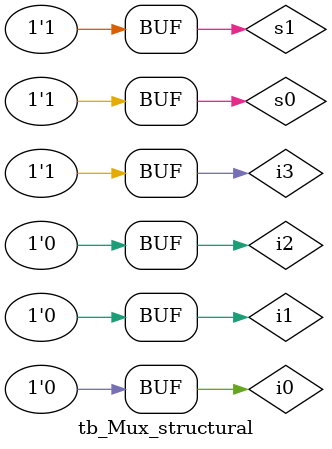
<source format=v>
`timescale 1ns / 1ps


module tb_Mux_structural;

// inputs as registers
reg s1, s0, i3, i2, i1, i0;

// the output as a wire
wire bigD;

// UUT
Mux_structural uut (
    .s1(s1),
    .s0(s0),
    .i3(i3),
    .i2(i2),
    .i1(i1),
    .i0(i0),
    .bigD(bigD)
    
    );
    
    
initial begin
    // Init the inputs
    s1 = 0;
    s0 = 0;
    i3 = 0;
    i2 = 0;
    i1 = 0;
    i0 = 0;
    
    #50
    
    
    s1 = 0;
    s0 = 0;
    i3 = 0;
    i2 = 0;
    i1 = 0;
    i0 = 0;
    #50;
    $display ("TC01");
    if (bigD != 0) $display ("Result is wrong");
    
    
    s1 = 0;
    s0 = 0;
    i3 = 0;
    i2 = 0;
    i1 = 0;
    i0 = 1;
    #50;
    $display ("TC02");
    if (bigD != 1) $display ("Result is wrong");
    
    
    s1 = 0;
    s0 = 1;
    i3 = 0;
    i2 = 0;
    i1 = 0;
    i0 = 0;
    #50;
    $display ("TC03");
    if (bigD != 0) $display ("Result is wrong");
    
    
    s1 = 0;
    s0 = 1;
    i3 = 0;
    i2 = 0;
    i1 = 1;
    i0 = 0;
    #50;
    $display ("TC04");
    if (bigD != 1) $display ("Result is wrong");
    
 
    s1 = 1;
    s0 = 0;
    i3 = 0;
    i2 = 0;
    i1 = 0;
    i0 = 0;
    #50;
    $display ("TC05");
    if (bigD != 0) $display ("Result is wrong");
    
    
    
    s1 = 1;
    s0 = 0;
    i3 = 0;
    i2 = 1;
    i1 = 0;
    i0 = 0;
    #50;
    $display ("TC06");
    if (bigD != 1) $display ("Result is wrong");
    
    
    s1 = 1;
    s0 = 1;
    i3 = 0;
    i2 = 0;
    i1 = 0;
    i0 = 0;
    #50;
    $display ("TC07");
    if (bigD != 0) $display ("Result is wrong");
    
    
    
    s1 = 1;
    s0 = 1;
    i3 = 1;
    i2 = 0;
    i1 = 0;
    i0 = 0;
    #50;
    $display ("TC08");
    if (bigD != 1) $display ("Result is wrong");
    
    end

endmodule

</source>
